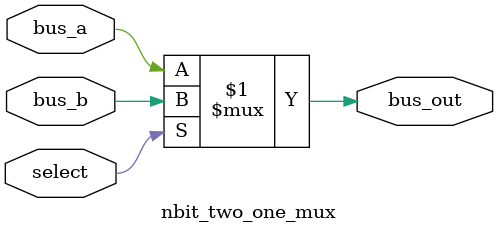
<source format=v>
`timescale 1ns / 1ps

/* This module is a parameterized two one mux.
 It can be instantiated with varying widths for input A bus,
 input B bus, and output bus.
 
 Example 1: 4-bit A bus, 8-bit B Bus, 8-bit OUT bus:
 nbit_two_one_mux
	#(.A_WIDTH(4), 
	.B_WIDTH(8),
	.OUT_WIDTH(8))
	uut (
		.bus_out(Y), 
		.bus_a(A), 
		.bus_b(B), 
		.select(S)
	);
	
 Example 2: 8-bit A bus, 8-bit B Bus, 8-bit OUT bus:
 nbit_two_one_mux
	#(.A_WIDTH(8), 
	.B_WIDTH(8),
	.OUT_WIDTH(8))
	uut (
		.bus_out(Y), 
		.bus_a(A), 
		.bus_b(B), 
		.select(S)
	);
	
 Example 3: 8-bit A bus, 4-bit B Bus, 8-bit OUT bus:
 nbit_two_one_mux
	#(.A_WIDTH(8), 
	.B_WIDTH(4),
	.OUT_WIDTH(8))
	uut (
		.bus_out(Y), 
		.bus_a(A), 
		.bus_b(B), 
		.select(S)
	);
	
 */

 // Description 
 //! A data selector device that selects between several analog 
 //! or digital input signals and forwards the selected input to a single output line.
module nbit_two_one_mux 
#(parameter 
	A_WIDTH=1,  //! Width of INPUT BUS A
	B_WIDTH=1,  //! Width of INPUT BUS B
	OUT_WIDTH=1	//! Width of output
)
(	bus_out,	//! Output bus
	bus_a,		//! Input bus A
	bus_b, 		//! Input bus B
	select		//! Select Signal
);
	
	// Set up wire buses with parameterized widths
	output wire [OUT_WIDTH-1:0] bus_out; //! Output bus
	input wire  [A_WIDTH-1:0] 	bus_a;	//! Input bus A
	input wire  [B_WIDTH-1:0] 	bus_b;	//! Input bus B
	input wire  select;					//! Select Signal

	// Ternary operator to cover mux logic, needs "assign"
	assign bus_out = select ? bus_b : bus_a;
	
endmodule
</source>
